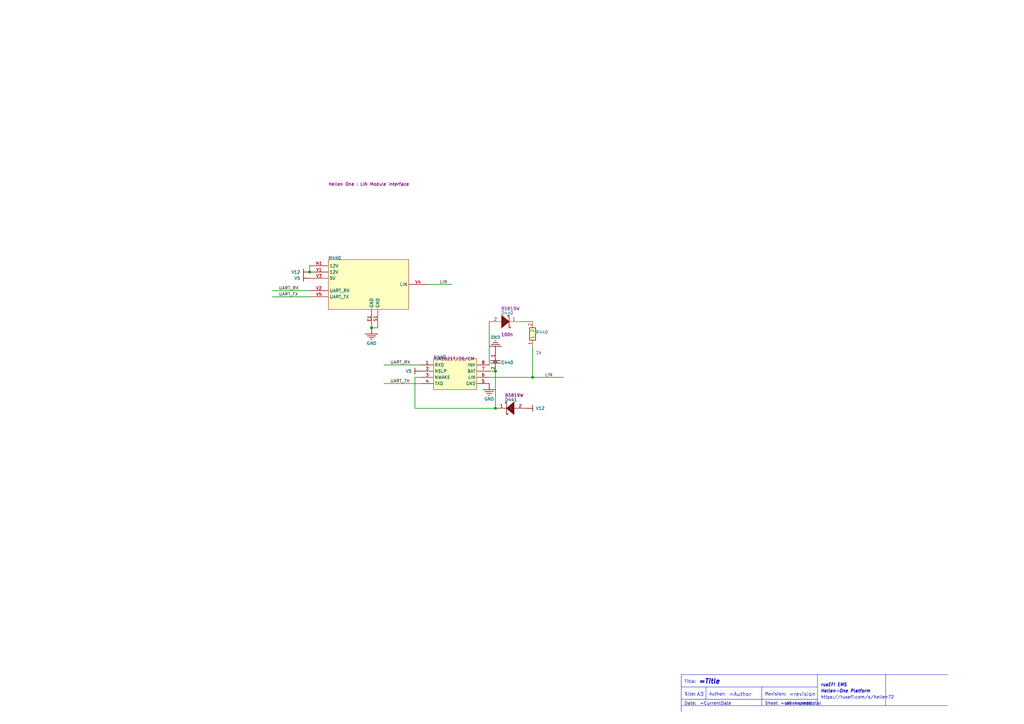
<source format=kicad_sch>
(kicad_sch (version 20201015) (generator eeschema)
  (paper "A3")
  (title_block (title "Hellen-One LIN") (rev "0.1"))
  (lib_symbols
    (symbol "hellen1-lin-altium-import:0_Cap"
      (property "Value" "0_Cap" (at 0 0 0))
      (symbol "0_Cap_1_0"
        (polyline (pts (xy 2.032 -4.318) (xy -2.032 -4.318)) (stroke (width 0.254)))
        (polyline (pts (xy -2.032 -3.302) (xy 2.032 -3.302)) (stroke (width 0.254)))
        (polyline (pts (xy 0 -2.54) (xy 0 -3.302)) (stroke (width 0.254)))
        (polyline (pts (xy 0 -5.08) (xy 0 -4.318)) (stroke (width 0.254)))
        (pin passive line (at 0 0 270) (length 2.54) (name "1") (number "1"))
        (pin passive line (at 0 -7.62 90) (length 2.54) (name "2") (number "2"))
      )
    )
    (symbol "hellen1-lin-altium-import:0_D Schottky"
      (property "Value" "0_D Schottky" (at 0 0 0))
      (symbol "0_D Schottky_1_0"
        (polyline (pts (xy 2.54 2.54) (xy -0.508 0) (xy 2.54 -2.54) (xy 2.54 2.54)) (stroke (width 0.254)) (fill (type outline)))
        (polyline (pts (xy -1.016 2.032) (xy -1.016 2.54) (xy -0.508 2.54) (xy -0.508 -2.54) (xy 0 -2.54) (xy 0 -2.032)) (stroke (width 0.254)))
        (pin passive line (at 7.62 0 180) (length 5.08) (name "A") (number "2"))
        (pin passive line (at -5.08 0 0) (length 5.08) (name "K") (number "1"))
      )
    )
    (symbol "hellen1-lin-altium-import:0_Mod-Hellen-LIN"
      (property "Value" "0_Mod-Hellen-LIN" (at 0 0 0))
      (symbol "0_Mod-Hellen-LIN_1_0"
        (rectangle (start 33.02 0) (end 0 -20.32) (fill (type background)))
        (pin passive line (at -7.62 -5.08 0) (length 7.62) (name "12V") (number "V1"))
        (pin passive line (at -7.62 -12.7 0) (length 7.62) (name "UART_RX") (number "V2"))
        (pin passive line (at -7.62 -7.62 0) (length 7.62) (name "5V") (number "V3"))
        (pin passive line (at 40.64 -10.16 180) (length 7.62) (name "LIN") (number "V4"))
        (pin passive line (at -7.62 -15.24 0) (length 7.62) (name "UART_TX") (number "V5"))
        (pin passive line (at 20.32 -27.94 90) (length 7.62) (name "GND") (number "S1"))
        (pin passive line (at 17.78 -27.94 90) (length 7.62) (name "GND") (number "E1"))
        (pin passive line (at -7.62 -2.54 0) (length 7.62) (name "12V") (number "N1"))
      )
    )
    (symbol "hellen1-lin-altium-import:0_TJA1020T"
      (property "Value" "0_TJA1020T" (at 0 0 0))
      (symbol "0_TJA1020T_1_0"
        (rectangle (start 7.62 7.62) (end -10.16 -5.08) (fill (type background)))
        (pin open_collector line (at -15.24 5.08 0) (length 5) (name "RXD") (number "1"))
        (pin input line (at -15.24 2.54 0) (length 5) (name "NSLP") (number "2"))
        (pin input line (at -15.24 0 0) (length 5) (name "NWAKE") (number "3"))
        (pin power_in line (at 12.6999 -2.54 180) (length 5) (name "GND") (number "5"))
        (pin input line (at -15.24 -2.54 0) (length 5) (name "TXD") (number "4"))
        (pin bidirectional line (at 12.6999 0 180) (length 5) (name "LIN") (number "6"))
        (pin power_in line (at 12.6999 2.54 180) (length 5) (name "BAT") (number "7"))
        (pin passive line (at 12.6999 5.08 180) (length 5) (name "INH") (number "8"))
      )
    )
    (symbol "hellen1-lin-altium-import:2_D Schottky"
      (property "Value" "2_D Schottky" (at 0 0 0))
      (symbol "2_D Schottky_1_0"
        (polyline (pts (xy -2.54 -2.54) (xy 0.508 0) (xy -2.54 2.54) (xy -2.54 -2.54)) (stroke (width 0.254)) (fill (type outline)))
        (polyline (pts (xy 1.016 -2.032) (xy 1.016 -2.54) (xy 0.508 -2.54) (xy 0.508 2.54) (xy 0 2.54) (xy 0 2.032)) (stroke (width 0.254)))
        (pin passive line (at -7.62 0 0) (length 5.08) (name "A") (number "2"))
        (pin passive line (at 5.08 0 180) (length 5.08) (name "K") (number "1"))
      )
    )
    (symbol "hellen1-lin-altium-import:2_Res"
      (property "Value" "2_Res" (at 0 0 0))
      (symbol "2_Res_1_0"
        (rectangle (start 1.27 7.62) (end -1.27 2.54) (stroke (width 0.254)) (fill (type background)))
        (pin passive line (at 0 10.16 270) (length 2.54) (name "2") (number "2"))
        (pin passive line (at 0 0 90) (length 2.54) (name "1") (number "1"))
      )
    )
    (symbol "hellen1-lin-altium-import:GND" (power)
      (property "Reference" "#PWR" (at 0 0 0))
      (property "Value" "GND" (at 0 6.35 0))
      (symbol "GND_0_0"
        (polyline (pts (xy 0 0) (xy 0 -2.54)) (stroke (width 0.254)))
        (polyline (pts (xy -2.54 -2.54) (xy 2.54 -2.54)) (stroke (width 0.254)))
        (polyline (pts (xy -1.778 -3.302) (xy 1.778 -3.302)) (stroke (width 0.254)))
        (polyline (pts (xy -1.016 -4.064) (xy 1.016 -4.064)) (stroke (width 0.254)))
        (polyline (pts (xy -0.254 -4.826) (xy 0.254 -4.826)) (stroke (width 0.254)))
        (pin power_in line (at 0 0 0) (length 0) hide (name "GND") (number ""))
      )
    )
    (symbol "hellen1-lin-altium-import:V12" (power)
      (property "Reference" "#PWR" (at 0 0 0))
      (property "Value" "V12" (at 0 3.81 0))
      (symbol "V12_0_0"
        (polyline (pts (xy 0 0) (xy 0 -2.54)) (stroke (width 0.254)))
        (polyline (pts (xy -1.27 -2.54) (xy 1.27 -2.54)) (stroke (width 0.254)))
        (pin power_in line (at 0 0 0) (length 0) hide (name "V12") (number ""))
      )
    )
    (symbol "hellen1-lin-altium-import:V5" (power)
      (property "Reference" "#PWR" (at 0 0 0))
      (property "Value" "V5" (at 0 3.81 0))
      (symbol "V5_0_0"
        (polyline (pts (xy 0 0) (xy 0 -2.54)) (stroke (width 0.254)))
        (polyline (pts (xy -1.27 -2.54) (xy 1.27 -2.54)) (stroke (width 0.254)))
        (pin power_in line (at 0 0 0) (length 0) hide (name "V5") (number ""))
      )
    )
  )
  (junction (at 127 111.5822) (diameter 1.016))
  (junction (at 152.4 134.4422) (diameter 1.016))
  (junction (at 203.2 152.2222) (diameter 1.016))
  (junction (at 203.2 167.4622) (diameter 1.016))
  (junction (at 218.44 154.7622) (diameter 1.016))
  (wire (pts (xy 127 109.0422) (xy 127 111.5822)) (stroke (width 0.254)))
  (wire (pts (xy 127 119.2022) (xy 111.76 119.2022)) (stroke (width 0.254)))
  (wire (pts (xy 127 121.7422) (xy 111.76 121.7422)) (stroke (width 0.254)))
  (wire (pts (xy 152.4 134.4422) (xy 154.94 134.4422)) (stroke (width 0.254)))
  (wire (pts (xy 170.18 154.7622) (xy 172.72 154.7622)) (stroke (width 0.254)))
  (wire (pts (xy 170.18 167.4622) (xy 170.18 154.7622)) (stroke (width 0.254)))
  (wire (pts (xy 172.72 149.6822) (xy 157.48 149.6822)) (stroke (width 0.254)))
  (wire (pts (xy 172.72 157.3022) (xy 157.48 157.3022)) (stroke (width 0.254)))
  (wire (pts (xy 175.26 116.6622) (xy 185.42 116.6622)) (stroke (width 0.254)))
  (wire (pts (xy 200.66 149.6822) (xy 200.66 131.9022)) (stroke (width 0.254)))
  (wire (pts (xy 200.66 152.2222) (xy 203.2 152.2222)) (stroke (width 0.254)))
  (wire (pts (xy 200.66 154.7622) (xy 218.44 154.7622)) (stroke (width 0.254)))
  (wire (pts (xy 203.2 152.2222) (xy 203.2 167.4622)) (stroke (width 0.254)))
  (wire (pts (xy 203.2 167.4622) (xy 170.18 167.4622)) (stroke (width 0.254)))
  (wire (pts (xy 213.36 131.9022) (xy 218.44 131.9022)) (stroke (width 0.254)))
  (wire (pts (xy 218.44 142.0622) (xy 218.44 154.7622)) (stroke (width 0.254)))
  (wire (pts (xy 218.44 154.7622) (xy 231.14 154.7622)) (stroke (width 0.254)))
  (polyline (pts (xy 279.4 276.6822) (xy 279.4 291.9222)) (stroke (width 0) (type solid)))
  (polyline (pts (xy 279.4 281.7622) (xy 335.28 281.7622)) (stroke (width 0) (type solid)))
  (polyline (pts (xy 279.4 286.8422) (xy 335.28 286.8422)) (stroke (width 0) (type solid)))
  (polyline (pts (xy 289.56 281.7622) (xy 289.56 286.8422)) (stroke (width 0) (type solid)))
  (polyline (pts (xy 312.42 281.7622) (xy 312.42 289.3822)) (stroke (width 0) (type solid)))
  (polyline (pts (xy 335.28 276.6822) (xy 335.28 289.3822)) (stroke (width 0) (type solid)))
  (polyline (pts (xy 363.22 276.6822) (xy 279.4 276.6822)) (stroke (width 0) (type solid)))
  (polyline (pts (xy 363.22 276.6822) (xy 363.22 289.3822)) (stroke (width 0) (type solid)))
  (polyline (pts (xy 363.22 289.3822) (xy 279.4 289.3822)) (stroke (width 0) (type solid)))
  (polyline (pts (xy 363.22 289.3822) (xy 388.62 289.3822)) (stroke (width 0) (type solid)))
  (polyline (pts (xy 388.62 276.6822) (xy 363.22 276.6822)) (stroke (width 0) (type solid)))
  (text "Title:" (at 280.67 280.4922 180) (effects (font (size 1.27 1.27)) (justify left bottom)))
  (text "Size:" (at 280.67 285.5722 180) (effects (font (size 1.27 1.27)) (justify left bottom)))
  (text "Date:" (at 280.67 289.3822 180) (effects (font (size 1.27 1.27)) (justify left bottom)))
  (text "A3" (at 285.75 285.8262 180) (effects (font (size 1.524 1.524)) (justify left bottom)))
  (text "=Title" (at 286.512 280.7462 180) (effects (font (size 1.905 1.905) bold italic) (justify left bottom)))
  (text "=CurrentDate" (at 287.02 289.3822 180) (effects (font (size 1.27 1.27)) (justify left bottom)))
  (text "Author:" (at 290.83 285.5722 180) (effects (font (size 1.27 1.27)) (justify left bottom)))
  (text "=Author" (at 298.958 285.8262 180) (effects (font (size 1.524 1.524)) (justify left bottom)))
  (text "Revision:" (at 313.69 285.5722 180) (effects (font (size 1.27 1.27)) (justify left bottom)))
  (text "Sheet" (at 313.69 289.3822 180) (effects (font (size 1.27 1.27)) (justify left bottom)))
  (text "=sheetnumber" (at 320.04 289.3822 180) (effects (font (size 1.27 1.27)) (justify left bottom)))
  (text "of" (at 322.326 289.3822 180) (effects (font (size 1.27 1.27)) (justify left bottom)))
  (text "=revision" (at 323.596 285.8262 180) (effects (font (size 1.524 1.524)) (justify left bottom)))
  (text "=sheettotal" (at 325.628 289.3822 180) (effects (font (size 1.27 1.27)) (justify left bottom)))
  (text "rusEFI EMS" (at 336.55 281.7622 180) (effects (font (size 1.27 1.27) bold italic) (justify left bottom)))
  (text "Hellen-One Platform" (at 336.55 284.3022 180) (effects (font (size 1.27 1.27) bold italic) (justify left bottom)))
  (text "https://rusefi.com/s/hellen72" (at 336.55 286.8422 180) (effects (font (size 1.27 1.27) italic) (justify left bottom)))
  (label "UART_RX" (at 114.3 119.2022 0))
  (label "UART_TX" (at 114.3 121.7422 0))
  (label "UART_RX" (at 160.02 149.6822 0))
  (label "UART_TX" (at 160.02 157.3022 0))
  (label "LIN" (at 180.34 116.6622 0))
  (label "LIN" (at 223.52 154.7622 0))
  (symbol (lib_id "hellen1-lin-altium-import:V12") (at 127 111.5822 270) (unit 1)
    (property "Reference" "#PWR?" (effects hide))
    (property "Value" "V12" (at 123.19 111.5822 -270) (effects (justify right)))
  )
  (symbol (lib_id "hellen1-lin-altium-import:V5") (at 127 114.1222 270) (unit 1)
    (property "Reference" "#PWR?" (effects hide))
    (property "Value" "V5" (at 123.19 114.1222 -270) (effects (justify right)))
  )
  (symbol (lib_id "hellen1-lin-altium-import:V5") (at 172.72 152.2222 270) (unit 1)
    (property "Reference" "#PWR?" (effects hide))
    (property "Value" "V5" (at 168.91 152.2222 -270) (effects (justify right)))
  )
  (symbol (lib_id "hellen1-lin-altium-import:V12") (at 215.9 167.4622 90) (unit 1)
    (property "Reference" "#PWR?" (effects hide))
    (property "Value" "V12" (at 219.71 167.4622 -90) (effects (justify left)))
  )
  (symbol (lib_id "hellen1-lin-altium-import:GND") (at 152.4 134.4422 0) (unit 1)
    (property "Reference" "#PWR?" (effects hide))
    (property "Value" "GND" (at 152.4 140.7922 0))
  )
  (symbol (lib_id "hellen1-lin-altium-import:GND") (at 200.66 157.3022 0) (unit 1)
    (property "Reference" "#PWR?" (effects hide))
    (property "Value" "GND" (at 200.66 163.6522 0))
  )
  (symbol (lib_id "hellen1-lin-altium-import:GND") (at 203.2 144.6022 180) (unit 1)
    (property "Reference" "#PWR?" (effects hide))
    (property "Value" "GND" (at 203.2 138.2522 -180))
  )
  (symbol (lib_id "hellen1-lin-altium-import:2_Res") (at 218.44 142.0622 0) (unit 1)
    (property "Reference" "R440" (at 219.71 136.9822 0) (effects (justify left bottom)))
    (property "Fitted" "True" (effects hide))
    (property "PackageReference" "R0603" (effects hide))
    (property "Type" "SMD" (effects hide))
    (property "Supplier Part Number 1" "*" (effects hide))
    (property "Supplier Part Number 2" "*" (effects hide))
    (property "Supplier Part Number 3" "C21190" (effects hide))
    (property "Supplier 1" "Mouser" (effects hide))
    (property "Supplier 2" "DigiKey" (effects hide))
    (property "Supplier 3" "LCSC" (effects hide))
    (property "Comment" "1k" (at 219.71 144.6022 0) (effects (justify left)))
  )
  (symbol (lib_id "hellen1-lin-altium-import:0_Cap") (at 203.2 144.6022 0) (unit 1)
    (property "Reference" "C440" (at 205.486 149.4282 0) (effects (justify left bottom)))
    (property "Fitted" "True" (effects hide))
    (property "Supplier Part Number 1" "710-885012207079" (effects hide))
    (property "Supplier Part Number 2" "732-7673-1-ND" (effects hide))
    (property "Supplier 1" "Mouser" (effects hide))
    (property "Supplier 2" "Digi-Key" (effects hide))
    (property "PackageReference" "C0603" (effects hide))
    (property "Supplier Part Number 3" "C14663" (effects hide))
    (property "Type" "SMD" (effects hide))
    (property "Supplier 3" "LCSC" (effects hide))
    (property "Comment" "100n" (at 205.486 137.2362 0) (effects (justify left)))
  )
  (symbol (lib_id "hellen1-lin-altium-import:2_D Schottky") (at 208.28 131.9022 0) (unit 1)
    (property "Reference" "D440" (at 205.486 129.1082 0) (effects (justify left bottom)))
    (property "Published" "8-Jun-2000" (effects hide))
    (property "LatestRevisionDate" "17-Jul-2002" (effects hide))
    (property "LatestRevisionNote" "Re-released for DXP Platform." (effects hide))
    (property "PackageReference" "SOD-123" (effects hide))
    (property "Publisher" "Altium Limited" (effects hide))
    (property "Code_JEDEC" "DO-214-AA" (effects hide))
    (property "Fitted" "True" (effects hide))
    (property "Type" "SMD" (effects hide))
    (property "Supplier 3" "LCSC" (effects hide))
    (property "Supplier Part Number 3" "C8598" (effects hide))
    (property "Comment" "B5819W" (at 205.486 126.5682 0) (effects (justify left)))
  )
  (symbol (lib_id "hellen1-lin-altium-import:0_D Schottky") (at 208.28 167.4622 0) (unit 1)
    (property "Reference" "D441" (at 207.01 164.6682 0) (effects (justify left bottom)))
    (property "Published" "8-Jun-2000" (effects hide))
    (property "LatestRevisionDate" "17-Jul-2002" (effects hide))
    (property "LatestRevisionNote" "Re-released for DXP Platform." (effects hide))
    (property "PackageReference" "SOD-123" (effects hide))
    (property "Publisher" "Altium Limited" (effects hide))
    (property "Code_JEDEC" "DO-214-AA" (effects hide))
    (property "Fitted" "True" (effects hide))
    (property "Type" "SMD" (effects hide))
    (property "Supplier 3" "LCSC" (effects hide))
    (property "Supplier Part Number 3" "C8598" (effects hide))
    (property "Comment" "B5819W" (at 207.01 162.1282 0) (effects (justify left)))
  )
  (symbol (lib_id "hellen1-lin-altium-import:0_TJA1020T") (at 187.96 154.7622 0) (unit 1)
    (property "Reference" "U440" (at 177.8 147.1422 0) (effects (justify left bottom)))
    (property "Fitted" "True" (effects hide))
    (property "Type" "SMD" (effects hide))
    (property "PackageReference" "SO8" (effects hide))
    (property "Supplier 3" "LCSC" (effects hide))
    (property "Supplier Part Number 3" "C128810" (effects hide))
    (property "Comment" "TJA1021T/20/CM" (at 177.8 147.1422 0) (effects (justify left)))
  )
  (symbol (lib_id "hellen1-lin-altium-import:0_Mod-Hellen-LIN") (at 134.62 106.5022 0) (unit 1)
    (property "Reference" "M440" (at 134.62 106.5022 0) (effects (justify left bottom)))
    (property "Publisher" "andreika" (effects hide))
    (property "Supplier Part Number 1" "*" (effects hide))
    (property "Supplier Part Number 2" "*" (effects hide))
    (property "Supplier 1" "Mouser" (effects hide))
    (property "Supplier 2" "Digi-Key" (effects hide))
    (property "Fitted" "False" (effects hide))
    (property "Supplier 3" "LCSC" (effects hide))
    (property "Type" "Module" (effects hide))
    (property "Comment" "Hellen One : LIN Module interface" (at 134.62 75.5142 0) (effects (justify left)))
  )
)
</source>
